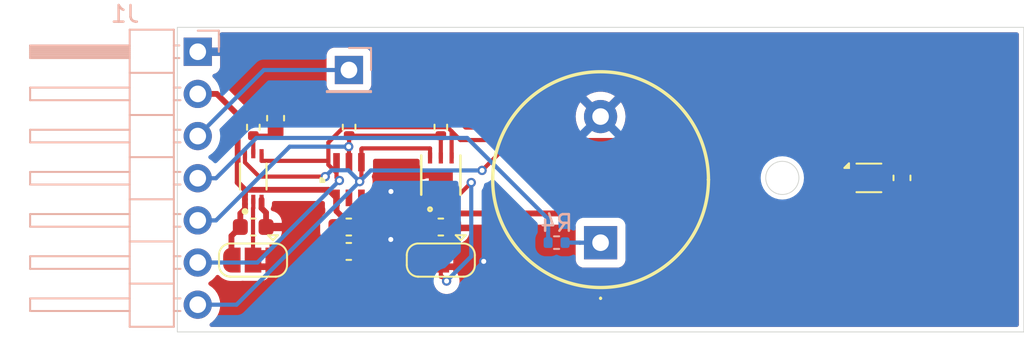
<source format=kicad_pcb>
(kicad_pcb (version 20240108) (generator "pcbnew") (generator_version "8.0")
  (layers (0 "F.Cu" signal) (31 "B.Cu" signal) (34 "B.Paste" user) (35 "F.Paste" user) (36 "B.SilkS" user "B.Silkscreen") (37 "F.SilkS" user "F.Silkscreen") (38 "B.Mask" user) (39 "F.Mask" user) (44 "Edge.Cuts" user))
  (net 0 "")
  (net 1 "GND")
  (net 2 "Net-(U1-DVI)")
  (net 3 "+3V3")
  (net 4 "GPIO25")
  (net 5 "SCL")
  (net 6 "GPIO39")
  (net 7 "SDA")
  (net 8 "GPIO26")
  (net 9 "Net-(JP1-C)")
  (net 10 "Net-(JP2-C)")
  (net 11 "Net-(L1-Pad1)")
  (footprint "clock:LTR-F216A" (layer "F.Cu") (at 106.7804 60.205)
    (property "Reference" "U2" (hide yes))
    (property "Value" "~" (hide yes))
    (fp_rect (start -1.725 -0.1) (end -1.475 0.15) (stroke (width 0.1)) (fill solid) (layer "F.SilkS"))
    (pad "1" smd rect (at -0.75 1.1 180) (size 0.4 1) (layers "F.Cu" "F.Paste" "F.Mask") (net 3 "+3V3"))
    (pad "2" smd rect (at 0 1.1 180) (size 0.4 1) (layers "F.Cu" "F.Paste" "F.Mask"))
    (pad "3" smd rect (at 0.75 1.1 180) (size 0.4 1) (layers "F.Cu" "F.Paste" "F.Mask") (net 1 "GND"))
    (pad "4" smd rect (at 0.75 -1.05 180) (size 0.4 1.1) (layers "F.Cu" "F.Paste" "F.Mask") (net 5 "SCL"))
    (pad "5" smd rect (at 0 -1.05 180) (size 0.4 1.1) (layers "F.Cu" "F.Paste" "F.Mask") (net 4 "GPIO25"))
    (pad "6" smd rect (at -0.75 -1.05 180) (size 0.4 1.1) (layers "F.Cu" "F.Paste" "F.Mask") (net 7 "SDA"))
  )
  (footprint "Resistor_SMD:R_0402_1005Metric" (layer "F.Cu") (at 101.02 57.0475 90)
    (property "Reference" "R1" (hide yes))
    (property "Value" "1K")
    (fp_line (start -0.153641 -0.38) (end 0.153641 -0.38) (stroke (width 0.12)) (layer "F.SilkS"))
    (fp_line (start -0.153641 0.38) (end 0.153641 0.38) (stroke (width 0.12)) (layer "F.SilkS"))
    (pad "1" smd roundrect (at -0.51 0 90) (size 0.54 0.64) (layers "F.Cu" "F.Paste" "F.Mask") (net 2 "Net-(U1-DVI)"))
    (pad "2" smd roundrect (at 0.51 0 90) (size 0.54 0.64) (layers "F.Cu" "F.Paste" "F.Mask") (net 3 "+3V3"))
  )
  (footprint "Jumper:SolderJumper-3_P1.3mm_Bridged2Bar12_RoundedPad1.0x1.5mm" (layer "F.Cu") (at 112.315 65.0525 180)
    (property "Reference" "JP2" (hide yes))
    (property "Value" "SolderJumper_3_Bridged12")
    (fp_poly (pts (xy -0.9 0.2) (xy -0.4 0.2) (xy -0.4 0.6) (xy -0.9 0.6)) (fill solid) (layer "F.Cu"))
    (fp_poly (pts (xy -0.9 -0.6) (xy -0.4 -0.6) (xy -0.4 -0.2) (xy -0.9 -0.2)) (fill solid) (layer "F.Cu"))
    (fp_line (start 2.05 -0.3) (end 2.05 0.3) (stroke (width 0.12)) (layer "F.SilkS"))
    (fp_line (start 1.4 1) (end -1.4 1) (stroke (width 0.12)) (layer "F.SilkS"))
    (fp_line (start -1.2 1.2) (end -0.9 1.5) (stroke (width 0.12)) (layer "F.SilkS"))
    (fp_line (start -1.2 1.2) (end -1.5 1.5) (stroke (width 0.12)) (layer "F.SilkS"))
    (fp_line (start -1.4 -1) (end 1.4 -1) (stroke (width 0.12)) (layer "F.SilkS"))
    (fp_line (start -1.5 1.5) (end -0.9 1.5) (stroke (width 0.12)) (layer "F.SilkS"))
    (fp_line (start -2.05 0.3) (end -2.05 -0.3) (stroke (width 0.12)) (layer "F.SilkS"))
    (fp_arc (start 2.05 0.3) (mid 1.844975 0.794975) (end 1.35 1) (stroke (width 0.12)) (layer "F.SilkS"))
    (fp_arc (start 1.35 -1) (mid 1.844975 -0.794975) (end 2.05 -0.3) (stroke (width 0.12)) (layer "F.SilkS"))
    (fp_arc (start -1.35 1) (mid -1.844975 0.794975) (end -2.05 0.3) (stroke (width 0.12)) (layer "F.SilkS"))
    (fp_arc (start -2.05 -0.3) (mid -1.844975 -0.794975) (end -1.35 -1) (stroke (width 0.12)) (layer "F.SilkS"))
    (pad "1" smd custom (at -1.3 0 180) (size 1 0.5) (layers "F.Cu" "F.Mask") (net 1 "GND") (options (clearance outline) (anchor rect)) (primitives (gr_circle (center 0 0.25) (end 0.5 0.25) (width 0) (fill yes)) (gr_circle (center 0 -0.25) (end 0.5 -0.25) (width 0) (fill yes)) (gr_poly (pts (xy 0.55 0.75) (xy 0 0.75) (xy 0 -0.75) (xy 0.55 -0.75)) (width 0) (fill yes))))
    (pad "2" smd rect (at 0 0 180) (size 1 1.5) (layers "F.Cu" "F.Mask") (net 10 "Net-(JP2-C)"))
    (pad "3" smd custom (at 1.3 0 180) (size 1 0.5) (layers "F.Cu" "F.Mask") (net 3 "+3V3") (options (clearance outline) (anchor rect)) (primitives (gr_circle (center 0 0.25) (end 0.5 0.25) (width 0) (fill yes)) (gr_circle (center 0 -0.25) (end 0.5 -0.25) (width 0) (fill yes)) (gr_poly (pts (xy 0 0.75) (xy -0.55 0.75) (xy -0.55 -0.75) (xy 0 -0.75)) (width 0) (fill yes))))
  )
  (footprint "Resistor_SMD:R_0402_1005Metric" (layer "F.Cu") (at 112.315 57.0475 -90)
    (property "Reference" "R3" (hide yes))
    (property "Value" "10K")
    (fp_line (start -0.153641 0.38) (end 0.153641 0.38) (stroke (width 0.12)) (layer "F.SilkS"))
    (fp_line (start -0.153641 -0.38) (end 0.153641 -0.38) (stroke (width 0.12)) (layer "F.SilkS"))
    (pad "1" smd roundrect (at -0.51 0 270) (size 0.54 0.64) (layers "F.Cu" "F.Paste" "F.Mask") (net 3 "+3V3"))
    (pad "2" smd roundrect (at 0.51 0 270) (size 0.54 0.64) (layers "F.Cu" "F.Paste" "F.Mask") (net 4 "GPIO25"))
  )
  (footprint "Capacitor_SMD:C_0603_1608Metric" (layer "F.Cu") (at 112.315 63.06)
    (property "Reference" "C5" (hide yes))
    (property "Value" "0.1uF")
    (fp_line (start -0.14058 -0.51) (end 0.14058 -0.51) (stroke (width 0.12)) (layer "F.SilkS"))
    (fp_line (start -0.14058 0.51) (end 0.14058 0.51) (stroke (width 0.12)) (layer "F.SilkS"))
    (pad "1" smd roundrect (at -0.775 0) (size 0.9 0.95) (layers "F.Cu" "F.Paste" "F.Mask") (net 3 "+3V3"))
    (pad "2" smd roundrect (at 0.775 0) (size 0.9 0.95) (layers "F.Cu" "F.Paste" "F.Mask") (net 1 "GND"))
  )
  (footprint "Capacitor_SMD:C_0603_1608Metric" (layer "F.Cu") (at 102.36 56.5 90)
    (property "Reference" "C1" (hide yes))
    (property "Value" "0.1uF" (hide yes))
    (fp_line (start -0.14058 -0.51) (end 0.14058 -0.51) (stroke (width 0.12)) (layer "F.SilkS"))
    (fp_line (start -0.14058 0.51) (end 0.14058 0.51) (stroke (width 0.12)) (layer "F.SilkS"))
    (pad "1" smd roundrect (at -0.775 0 90) (size 0.9 0.95) (layers "F.Cu" "F.Paste" "F.Mask") (net 2 "Net-(U1-DVI)"))
    (pad "2" smd roundrect (at 0.775 0 90) (size 0.9 0.95) (layers "F.Cu" "F.Paste" "F.Mask") (net 1 "GND"))
  )
  (footprint "Capacitor_SMD:C_0603_1608Metric" (layer "F.Cu") (at 101.01 63.06)
    (property "Reference" "C2" (hide yes))
    (property "Value" "0.1uF")
    (fp_line (start -0.14058 -0.51) (end 0.14058 -0.51) (stroke (width 0.12)) (layer "F.SilkS"))
    (fp_line (start -0.14058 0.51) (end 0.14058 0.51) (stroke (width 0.12)) (layer "F.SilkS"))
    (pad "1" smd roundrect (at -0.775 0) (size 0.9 0.95) (layers "F.Cu" "F.Paste" "F.Mask") (net 3 "+3V3"))
    (pad "2" smd roundrect (at 0.775 0) (size 0.9 0.95) (layers "F.Cu" "F.Paste" "F.Mask") (net 1 "GND"))
  )
  (footprint "Capacitor_SMD:C_0603_1608Metric" (layer "F.Cu") (at 106.77 64.53)
    (property "Reference" "C4" (hide yes))
    (property "Value" "4.7uF" (hide yes))
    (fp_line (start -0.14058 -0.51) (end 0.14058 -0.51) (stroke (width 0.12)) (layer "F.SilkS"))
    (fp_line (start -0.14058 0.51) (end 0.14058 0.51) (stroke (width 0.12)) (layer "F.SilkS"))
    (pad "1" smd roundrect (at -0.775 0) (size 0.9 0.95) (layers "F.Cu" "F.Paste" "F.Mask") (net 3 "+3V3"))
    (pad "2" smd roundrect (at 0.775 0) (size 0.9 0.95) (layers "F.Cu" "F.Paste" "F.Mask") (net 1 "GND"))
  )
  (footprint "clock:DNP6_TEX" (layer "F.Cu") (at 112.315 59.9308 90)
    (property "Reference" "U3" (hide yes))
    (property "Value" "OPT3004DTSR")
    (fp_line (start 1.1811 -1.1811) (end -1.1811 -1.1811) (stroke (width 0.1524)) (layer "F.SilkS"))
    (fp_line (start -1.1811 1.1811) (end 1.1811 1.1811) (stroke (width 0.1524)) (layer "F.SilkS"))
    (fp_circle (center -2.0597 -0.65) (end -1.9581 -0.65) (stroke (width 0.1524)) (fill none) (layer "F.SilkS"))
    (pad "1" smd rect (at -1.0287 -0.649999 90) (size 0.6604 0.254) (layers "F.Cu" "F.Paste" "F.Mask") (net 3 "+3V3"))
    (pad "2" smd rect (at -1.0287 0 90) (size 0.6604 0.254) (layers "F.Cu" "F.Paste" "F.Mask") (net 10 "Net-(JP2-C)"))
    (pad "3" smd rect (at -1.0287 0.649999 90) (size 0.6604 0.254) (layers "F.Cu" "F.Paste" "F.Mask") (net 1 "GND"))
    (pad "4" smd rect (at 1.0287 0.649999 90) (size 0.6604 0.254) (layers "F.Cu" "F.Paste" "F.Mask") (net 7 "SDA"))
    (pad "5" smd rect (at 1.0287 0 90) (size 0.6604 0.254) (layers "F.Cu" "F.Paste" "F.Mask") (net 4 "GPIO25"))
    (pad "6" smd rect (at 1.0287 -0.649999 90) (size 0.6604 0.254) (layers "F.Cu" "F.Paste" "F.Mask") (net 5 "SCL"))
    (pad "7" smd rect (at 0 0 90) (size 0.762 1.4478) (layers "F.Cu" "F.Paste" "F.Mask") (net 1 "GND"))
  )
  (footprint "Capacitor_SMD:C_0603_1608Metric" (layer "F.Cu") (at 106.77 63.06)
    (property "Reference" "C3" (hide yes))
    (property "Value" "0.1uF")
    (fp_line (start -0.14058 -0.51) (end 0.14058 -0.51) (stroke (width 0.12)) (layer "F.SilkS"))
    (fp_line (start -0.14058 0.51) (end 0.14058 0.51) (stroke (width 0.12)) (layer "F.SilkS"))
    (pad "1" smd roundrect (at -0.775 0) (size 0.9 0.95) (layers "F.Cu" "F.Paste" "F.Mask") (net 3 "+3V3"))
    (pad "2" smd roundrect (at 0.775 0) (size 0.9 0.95) (layers "F.Cu" "F.Paste" "F.Mask") (net 1 "GND"))
  )
  (footprint "clock:Sensirion_DFN-4_1.5x1.5mm_P0.8mm_SHT4x_NoCentralPad" (layer "F.Cu") (at 138.1075 60.1)
    (property "Reference" "U4" (hide yes))
    (property "Value" "SHT4x")
    (fp_line (start -0.75 -0.86) (end 0.75 -0.86) (stroke (width 0.12)) (layer "F.SilkS"))
    (fp_line (start -0.75 0.86) (end 0.75 0.86) (stroke (width 0.12)) (layer "F.SilkS"))
    (fp_poly (pts (xy -1.2 -0.6) (xy -1.48 -0.6) (xy -1.2 -0.88) (xy -1.2 -0.6)) (stroke (width 0.12)) (fill solid) (layer "F.SilkS"))
    (pad "1" smd rect (at -0.825 -0.4) (size 0.75 0.3) (layers "F.Cu" "F.Paste" "F.Mask") (net 7 "SDA"))
    (pad "2" smd rect (at -0.825 0.4) (size 0.75 0.3) (layers "F.Cu" "F.Paste" "F.Mask") (net 5 "SCL"))
    (pad "3" smd rect (at 0.825 0.4) (size 0.75 0.3) (layers "F.Cu" "F.Paste" "F.Mask") (net 3 "+3V3"))
    (pad "4" smd rect (at 0.825 -0.4) (size 0.75 0.3) (layers "F.Cu" "F.Paste" "F.Mask") (net 1 "GND"))
    (zone (net 0) (net_name "") (layer "F.Cu") (connect_pads (clearance 0)) (min_thickness 0.254)
      (keepout (tracks not_allowed) (vias not_allowed) (pads allowed) (copperpour not_allowed) (footprints allowed))
      (fill (thermal_gap 0.508) (thermal_bridge_width 0.508))
      (polygon (pts (xy 138.5575 59.55) (xy 138.5575 59.85) (xy 138.5575 60.35) (xy 138.5575 60.65) (xy 138.5575 60.85) (xy 137.6575 60.85) (xy 137.6575 60.65) (xy 137.6575 60.35) (xy 137.6575 59.85) (xy 137.6575 59.55) (xy 137.6575 59.35) (xy 138.5575 59.35)))
    )
  )
  (footprint "Resistor_SMD:R_0402_1005Metric" (layer "F.Cu") (at 106.79 57.0475 -90)
    (property "Reference" "R2" (hide yes))
    (property "Value" "10K" (hide yes))
    (fp_line (start -0.153641 0.38) (end 0.153641 0.38) (stroke (width 0.12)) (layer "F.SilkS"))
    (fp_line (start -0.153641 -0.38) (end 0.153641 -0.38) (stroke (width 0.12)) (layer "F.SilkS"))
    (pad "1" smd roundrect (at -0.51 0 270) (size 0.54 0.64) (layers "F.Cu" "F.Paste" "F.Mask") (net 3 "+3V3"))
    (pad "2" smd roundrect (at 0.51 0 270) (size 0.54 0.64) (layers "F.Cu" "F.Paste" "F.Mask") (net 4 "GPIO25"))
  )
  (footprint "clock:XDCR_BH1750FVI-TR" (layer "F.Cu") (at 101.015 60.0175 90)
    (property "Reference" "U1" (hide yes))
    (property "Value" "BH1750FVI-TR" (hide yes))
    (fp_line (start 0.78 -0.8) (end -0.78 -0.8) (stroke (width 0.127)) (layer "F.SilkS"))
    (fp_line (start -0.78 0.8) (end 0.78 0.8) (stroke (width 0.127)) (layer "F.SilkS"))
    (fp_circle (center -2.1 -0.5) (end -2 -0.5) (stroke (width 0.2)) (fill none) (layer "F.SilkS"))
    (pad "1" smd rect (at -1.375 -0.5 90) (size 0.55 0.25) (layers "F.Cu" "F.Paste" "F.Mask") (net 3 "+3V3"))
    (pad "2" smd rect (at -1.375 0 90) (size 0.55 0.25) (layers "F.Cu" "F.Paste" "F.Mask") (net 9 "Net-(JP1-C)"))
    (pad "3" smd rect (at -1.375 0.5 90) (size 0.55 0.25) (layers "F.Cu" "F.Paste" "F.Mask") (net 1 "GND"))
    (pad "4" smd rect (at 1.375 0.5 90) (size 0.55 0.25) (layers "F.Cu" "F.Paste" "F.Mask") (net 7 "SDA"))
    (pad "5" smd rect (at 1.375 0 90) (size 0.55 0.25) (layers "F.Cu" "F.Paste" "F.Mask") (net 2 "Net-(U1-DVI)"))
    (pad "6" smd rect (at 1.375 -0.5 90) (size 0.55 0.25) (layers "F.Cu" "F.Paste" "F.Mask") (net 5 "SCL"))
  )
  (footprint "Jumper:SolderJumper-3_P1.3mm_Bridged2Bar12_RoundedPad1.0x1.5mm" (layer "F.Cu") (at 101 65.0525 180)
    (property "Reference" "JP1" (hide yes))
    (property "Value" "SolderJumper_3_Bridged12")
    (fp_poly (pts (xy -0.9 0.2) (xy -0.4 0.2) (xy -0.4 0.6) (xy -0.9 0.6)) (fill solid) (layer "F.Cu"))
    (fp_poly (pts (xy -0.9 -0.6) (xy -0.4 -0.6) (xy -0.4 -0.2) (xy -0.9 -0.2)) (fill solid) (layer "F.Cu"))
    (fp_line (start 2.05 -0.3) (end 2.05 0.3) (stroke (width 0.12)) (layer "F.SilkS"))
    (fp_line (start 1.4 1) (end -1.4 1) (stroke (width 0.12)) (layer "F.SilkS"))
    (fp_line (start -1.2 1.2) (end -0.9 1.5) (stroke (width 0.12)) (layer "F.SilkS"))
    (fp_line (start -1.2 1.2) (end -1.5 1.5) (stroke (width 0.12)) (layer "F.SilkS"))
    (fp_line (start -1.4 -1) (end 1.4 -1) (stroke (width 0.12)) (layer "F.SilkS"))
    (fp_line (start -1.5 1.5) (end -0.9 1.5) (stroke (width 0.12)) (layer "F.SilkS"))
    (fp_line (start -2.05 0.3) (end -2.05 -0.3) (stroke (width 0.12)) (layer "F.SilkS"))
    (fp_arc (start 2.05 0.3) (mid 1.844975 0.794975) (end 1.35 1) (stroke (width 0.12)) (layer "F.SilkS"))
    (fp_arc (start 1.35 -1) (mid 1.844975 -0.794975) (end 2.05 -0.3) (stroke (width 0.12)) (layer "F.SilkS"))
    (fp_arc (start -1.35 1) (mid -1.844975 0.794975) (end -2.05 0.3) (stroke (width 0.12)) (layer "F.SilkS"))
    (fp_arc (start -2.05 -0.3) (mid -1.844975 -0.794975) (end -1.35 -1) (stroke (width 0.12)) (layer "F.SilkS"))
    (pad "1" smd custom (at -1.3 0 180) (size 1 0.5) (layers "F.Cu" "F.Mask") (net 1 "GND") (options (clearance outline) (anchor rect)) (primitives (gr_circle (center 0 0.25) (end 0.5 0.25) (width 0) (fill yes)) (gr_circle (center 0 -0.25) (end 0.5 -0.25) (width 0) (fill yes)) (gr_poly (pts (xy 0.55 0.75) (xy 0 0.75) (xy 0 -0.75) (xy 0.55 -0.75)) (width 0) (fill yes))))
    (pad "2" smd rect (at 0 0 180) (size 1 1.5) (layers "F.Cu" "F.Mask") (net 9 "Net-(JP1-C)"))
    (pad "3" smd custom (at 1.3 0 180) (size 1 0.5) (layers "F.Cu" "F.Mask") (net 3 "+3V3") (options (clearance outline) (anchor rect)) (primitives (gr_circle (center 0 0.25) (end 0.5 0.25) (width 0) (fill yes)) (gr_circle (center 0 -0.25) (end 0.5 -0.25) (width 0) (fill yes)) (gr_poly (pts (xy 0 0.75) (xy -0.55 0.75) (xy -0.55 -0.75) (xy 0 -0.75)) (width 0) (fill yes))))
  )
  (footprint "clock:CPT1414680T" (layer "F.Cu") (at 121.94 64.005)
    (property "Reference" "L1" (hide yes))
    (property "Value" "CPT-14146-80T" (hide yes))
    (fp_line (start -6.5 -3.8) (end -6.5 -3.8) (stroke (width 0.2)) (layer "F.SilkS"))
    (fp_line (start 0 3.3) (end 0 3.3) (stroke (width 0.1)) (layer "F.SilkS"))
    (fp_line (start 0 3.4) (end 0 3.4) (stroke (width 0.1)) (layer "F.SilkS"))
    (fp_line (start 6.5 -3.8) (end 6.5 -3.8) (stroke (width 0.2)) (layer "F.SilkS"))
    (fp_arc (start -6.5 -3.8) (mid 0 -10.3) (end 6.5 -3.8) (stroke (width 0.2)) (layer "F.SilkS"))
    (fp_arc (start 0 3.3) (mid 0.05 3.35) (end 0 3.4) (stroke (width 0.1)) (layer "F.SilkS"))
    (fp_arc (start 0 3.4) (mid -0.05 3.35) (end 0 3.3) (stroke (width 0.1)) (layer "F.SilkS"))
    (fp_arc (start 6.5 -3.8) (mid 0 2.7) (end -6.5 -3.8) (stroke (width 0.2)) (layer "F.SilkS"))
    (pad "1" thru_hole rect (at 0 0) (size 2 2) (drill 1) (layers "*.Cu" "*.Mask") (net 11 "Net-(L1-Pad1)"))
    (pad "2" thru_hole circle (at 0 -7.6) (size 2 2) (drill 1) (layers "*.Cu" "*.Mask") (net 1 "GND"))
  )
  (footprint "Capacitor_SMD:C_0603_1608Metric" (layer "F.Cu") (at 140.1 60.1 -90)
    (property "Reference" "C6" (hide yes))
    (property "Value" "0.1uF")
    (fp_line (start -0.14058 0.51) (end 0.14058 0.51) (stroke (width 0.12)) (layer "F.SilkS"))
    (fp_line (start -0.14058 -0.51) (end 0.14058 -0.51) (stroke (width 0.12)) (layer "F.SilkS"))
    (pad "1" smd roundrect (at -0.775 0 270) (size 0.9 0.95) (layers "F.Cu" "F.Paste" "F.Mask") (net 1 "GND"))
    (pad "2" smd roundrect (at 0.775 0 270) (size 0.9 0.95) (layers "F.Cu" "F.Paste" "F.Mask") (net 3 "+3V3"))
  )
  (footprint "Connector_PinHeader_2.54mm:PinHeader_1x01_P2.54mm_Vertical" (layer "B.Cu") (at 106.78 53.6 180)
    (property "Reference" "J2" (hide yes))
    (property "Value" "Conn_01x01_Pin" (hide yes))
    (fp_line (start 1.33 -1.27) (end -1.33 -1.27) (stroke (width 0.12)) (layer "B.SilkS"))
    (fp_line (start 1.33 -1.33) (end 1.33 -1.27) (stroke (width 0.12)) (layer "B.SilkS"))
    (fp_line (start 1.33 -1.33) (end -1.33 -1.33) (stroke (width 0.12)) (layer "B.SilkS"))
    (fp_line (start 0 1.33) (end -1.33 1.33) (stroke (width 0.12)) (layer "B.SilkS"))
    (fp_line (start -1.33 1.33) (end -1.33 0) (stroke (width 0.12)) (layer "B.SilkS"))
    (fp_line (start -1.33 -1.33) (end -1.33 -1.27) (stroke (width 0.12)) (layer "B.SilkS"))
    (pad "1" thru_hole rect (at 0 0 180) (size 1.7 1.7) (drill 1) (layers "*.Cu" "*.Mask") (net 6 "GPIO39"))
  )
  (footprint "Resistor_SMD:R_0402_1005Metric" (layer "B.Cu") (at 119.29 64 180)
    (property "Reference" "R4" (at 0 1.17 0) (layer "B.SilkS") (effects (justify mirror)))
    (property "Value" "330R")
    (fp_line (start 0.153641 0.38) (end -0.153641 0.38) (stroke (width 0.12)) (layer "B.SilkS"))
    (fp_line (start 0.153641 -0.38) (end -0.153641 -0.38) (stroke (width 0.12)) (layer "B.SilkS"))
    (pad "1" smd roundrect (at -0.51 0 180) (size 0.54 0.64) (layers "B.Cu" "B.Paste" "B.Mask") (net 11 "Net-(L1-Pad1)"))
    (pad "2" smd roundrect (at 0.51 0 180) (size 0.54 0.64) (layers "B.Cu" "B.Paste" "B.Mask") (net 8 "GPIO26"))
  )
  (footprint "Connector_PinHeader_2.54mm:PinHeader_1x07_P2.54mm_Horizontal" (layer "B.Cu") (at 97.67 52.5 180)
    (property "Reference" "J1" (at 4.385 2.27 0) (layer "B.SilkS") (effects (justify mirror)))
    (property "Value" "Conn_01x07_Socket")
    (fp_line (start 10.1 0.38) (end 4.1 0.38) (stroke (width 0.12)) (layer "B.SilkS"))
    (fp_line (start 10.1 0.32) (end 4.1 0.32) (stroke (width 0.12)) (layer "B.SilkS"))
    (fp_line (start 10.1 0.2) (end 4.1 0.2) (stroke (width 0.12)) (layer "B.SilkS"))
    (fp_line (start 10.1 0.08) (end 4.1 0.08) (stroke (width 0.12)) (layer "B.SilkS"))
    (fp_line (start 10.1 -0.04) (end 4.1 -0.04) (stroke (width 0.12)) (layer "B.SilkS"))
    (fp_line (start 10.1 -0.16) (end 4.1 -0.16) (stroke (width 0.12)) (layer "B.SilkS"))
    (fp_line (start 10.1 -0.28) (end 4.1 -0.28) (stroke (width 0.12)) (layer "B.SilkS"))
    (fp_line (start 10.1 -0.38) (end 10.1 0.38) (stroke (width 0.12)) (layer "B.SilkS"))
    (fp_line (start 10.1 -2.16) (end 4.1 -2.16) (stroke (width 0.12)) (layer "B.SilkS"))
    (fp_line (start 10.1 -2.92) (end 10.1 -2.16) (stroke (width 0.12)) (layer "B.SilkS"))
    (fp_line (start 10.1 -4.7) (end 4.1 -4.7) (stroke (width 0.12)) (layer "B.SilkS"))
    (fp_line (start 10.1 -5.46) (end 10.1 -4.7) (stroke (width 0.12)) (layer "B.SilkS"))
    (fp_line (start 10.1 -7.24) (end 4.1 -7.24) (stroke (width 0.12)) (layer "B.SilkS"))
    (fp_line (start 10.1 -8) (end 10.1 -7.24) (stroke (width 0.12)) (layer "B.SilkS"))
    (fp_line (start 10.1 -9.78) (end 4.1 -9.78) (stroke (width 0.12)) (layer "B.SilkS"))
    (fp_line (start 10.1 -10.54) (end 10.1 -9.78) (stroke (width 0.12)) (layer "B.SilkS"))
    (fp_line (start 10.1 -12.32) (end 4.1 -12.32) (stroke (width 0.12)) (layer "B.SilkS"))
    (fp_line (start 10.1 -13.08) (end 10.1 -12.32) (stroke (width 0.12)) (layer "B.SilkS"))
    (fp_line (start 10.1 -14.86) (end 4.1 -14.86) (stroke (width 0.12)) (layer "B.SilkS"))
    (fp_line (start 10.1 -15.62) (end 10.1 -14.86) (stroke (width 0.12)) (layer "B.SilkS"))
    (fp_line (start 4.1 1.33) (end 4.1 -16.57) (stroke (width 0.12)) (layer "B.SilkS"))
    (fp_line (start 4.1 -0.38) (end 10.1 -0.38) (stroke (width 0.12)) (layer "B.SilkS"))
    (fp_line (start 4.1 -1.27) (end 1.44 -1.27) (stroke (width 0.12)) (layer "B.SilkS"))
    (fp_line (start 4.1 -2.92) (end 10.1 -2.92) (stroke (width 0.12)) (layer "B.SilkS"))
    (fp_line (start 4.1 -3.81) (end 1.44 -3.81) (stroke (width 0.12)) (layer "B.SilkS"))
    (fp_line (start 4.1 -5.46) (end 10.1 -5.46) (stroke (width 0.12)) (layer "B.SilkS"))
    (fp_line (start 4.1 -6.35) (end 1.44 -6.35) (stroke (width 0.12)) (layer "B.SilkS"))
    (fp_line (start 4.1 -8) (end 10.1 -8) (stroke (width 0.12)) (layer "B.SilkS"))
    (fp_line (start 4.1 -8.89) (end 1.44 -8.89) (stroke (width 0.12)) (layer "B.SilkS"))
    (fp_line (start 4.1 -10.54) (end 10.1 -10.54) (stroke (width 0.12)) (layer "B.SilkS"))
    (fp_line (start 4.1 -11.43) (end 1.44 -11.43) (stroke (width 0.12)) (layer "B.SilkS"))
    (fp_line (start 4.1 -13.08) (end 10.1 -13.08) (stroke (width 0.12)) (layer "B.SilkS"))
    (fp_line (start 4.1 -13.97) (end 1.44 -13.97) (stroke (width 0.12)) (layer "B.SilkS"))
    (fp_line (start 4.1 -15.62) (end 10.1 -15.62) (stroke (width 0.12)) (layer "B.SilkS"))
    (fp_line (start 4.1 -16.57) (end 1.44 -16.57) (stroke (width 0.12)) (layer "B.SilkS"))
    (fp_line (start 1.44 1.33) (end 4.1 1.33) (stroke (width 0.12)) (layer "B.SilkS"))
    (fp_line (start 1.44 0.38) (end 1.11 0.38) (stroke (width 0.12)) (layer "B.SilkS"))
    (fp_line (start 1.44 -0.38) (end 1.11 -0.38) (stroke (width 0.12)) (layer "B.SilkS"))
    (fp_line (start 1.44 -2.16) (end 1.042929 -2.16) (stroke (width 0.12)) (layer "B.SilkS"))
    (fp_line (start 1.44 -2.92) (end 1.042929 -2.92) (stroke (width 0.12)) (layer "B.SilkS"))
    (fp_line (start 1.44 -4.7) (end 1.042929 -4.7) (stroke (width 0.12)) (layer "B.SilkS"))
    (fp_line (start 1.44 -5.46) (end 1.042929 -5.46) (stroke (width 0.12)) (layer "B.SilkS"))
    (fp_line (start 1.44 -7.24) (end 1.042929 -7.24) (stroke (width 0.12)) (layer "B.SilkS"))
    (fp_line (start 1.44 -8) (end 1.042929 -8) (stroke (width 0.12)) (layer "B.SilkS"))
    (fp_line (start 1.44 -9.78) (end 1.042929 -9.78) (stroke (width 0.12)) (layer "B.SilkS"))
    (fp_line (start 1.44 -10.54) (end 1.042929 -10.54) (stroke (width 0.12)) (layer "B.SilkS"))
    (fp_line (start 1.44 -12.32) (end 1.042929 -12.32) (stroke (width 0.12)) (layer "B.SilkS"))
    (fp_line (start 1.44 -13.08) (end 1.042929 -13.08) (stroke (width 0.12)) (layer "B.SilkS"))
    (fp_line (start 1.44 -14.86) (end 1.042929 -14.86) (stroke (width 0.12)) (layer "B.SilkS"))
    (fp_line (start 1.44 -15.62) (end 1.042929 -15.62) (stroke (width 0.12)) (layer "B.SilkS"))
    (fp_line (start 1.44 -16.57) (end 1.44 1.33) (stroke (width 0.12)) (layer "B.SilkS"))
    (fp_line (start 0 1.27) (end -1.27 1.27) (stroke (width 0.12)) (layer "B.SilkS"))
    (fp_line (start -1.27 1.27) (end -1.27 0) (stroke (width 0.12)) (layer "B.SilkS"))
    (pad "1" thru_hole rect (at 0 0 180) (size 1.7 1.7) (drill 1) (layers "*.Cu" "*.Mask") (net 1 "GND"))
    (pad "2" thru_hole oval (at 0 -2.54 180) (size 1.7 1.7) (drill 1) (layers "*.Cu" "*.Mask") (net 3 "+3V3"))
    (pad "3" thru_hole oval (at 0 -5.08 180) (size 1.7 1.7) (drill 1) (layers "*.Cu" "*.Mask") (net 6 "GPIO39"))
    (pad "4" thru_hole oval (at 0 -7.62 180) (size 1.7 1.7) (drill 1) (layers "*.Cu" "*.Mask") (net 8 "GPIO26"))
    (pad "5" thru_hole oval (at 0 -10.16 180) (size 1.7 1.7) (drill 1) (layers "*.Cu" "*.Mask") (net 4 "GPIO25"))
    (pad "6" thru_hole oval (at 0 -12.7 180) (size 1.7 1.7) (drill 1) (layers "*.Cu" "*.Mask") (net 7 "SDA"))
    (pad "7" thru_hole oval (at 0 -15.24 180) (size 1.7 1.7) (drill 1) (layers "*.Cu" "*.Mask") (net 5 "SCL"))
  )
  (gr_line (start 96.44 69.38) (end 96.44 51.03) (stroke (width 0.05)) (layer "Edge.Cuts"))
  (gr_circle (center 132.89 60.1) (end 133.89 60.1) (stroke (width 0.05)) (fill none) (layer "Edge.Cuts"))
  (gr_line (start 147.44 51.03) (end 147.44 69.38) (stroke (width 0.05)) (layer "Edge.Cuts"))
  (gr_line (start 96.44 51.03) (end 147.44 51.03) (stroke (width 0.05)) (layer "Edge.Cuts"))
  (gr_line (start 147.44 69.38) (end 96.44 69.38) (stroke (width 0.05)) (layer "Edge.Cuts"))
  (segment (start 112.964999 60.9595) (end 112.964999 60.580799) (width 0.35) (layer "F.Cu") (net 1))
  (segment (start 101.785 62.195) (end 101.785 63.06) (width 0.35) (layer "F.Cu") (net 1))
  (segment (start 140.1 59.325) (end 139.815 59.325) (width 0.25) (layer "F.Cu") (net 1))
  (segment (start 112.964999 60.580799) (end 112.315 59.9308) (width 0.35) (layer "F.Cu") (net 1))
  (segment (start 139.815 59.325) (end 139.44 59.7) (width 0.25) (layer "F.Cu") (net 1))
  (segment (start 139.44 59.7) (end 138.8075 59.7) (width 0.25) (layer "F.Cu") (net 1))
  (segment (start 101.515 61.3925) (end 101.515 61.925) (width 0.35) (layer "F.Cu") (net 1))
  (segment (start 101.515 61.925) (end 101.785 62.195) (width 0.35) (layer "F.Cu") (net 1))
  (via (at 114.9 65.13) (size 0.56) (drill 0.3) (layers "F.Cu" "B.Cu") (net 1))
  (via (at 109.31 60.92) (size 0.56) (drill 0.3) (layers "F.Cu" "B.Cu") (net 1))
  (via (at 109.3 63.81) (size 0.56) (drill 0.3) (layers "F.Cu" "B.Cu") (net 1))
  (segment (start 102.0775 57.5575) (end 101.02 57.5575) (width 0.25) (layer "F.Cu") (net 2))
  (segment (start 102.36 57.275) (end 102.0775 57.5575) (width 0.25) (layer "F.Cu") (net 2))
  (segment (start 101.015 57.5625) (end 101.02 57.5575) (width 0.25) (layer "F.Cu") (net 2))
  (segment (start 101.015 58.6425) (end 101.015 57.5625) (width 0.25) (layer "F.Cu") (net 2))
  (segment (start 100.0753 56.7797) (end 100.3175 56.5375) (width 0.35) (layer "F.Cu") (net 3))
  (segment (start 139.54 60.5) (end 138.8075 60.5) (width 0.25) (layer "F.Cu") (net 3))
  (segment (start 112.315 56.5375) (end 106.79 56.5375) (width 0.35) (layer "F.Cu") (net 3))
  (segment (start 112.2622 62.3378) (end 112.2622 62.2422) (width 0.35) (layer "F.Cu") (net 3))
  (segment (start 111.665 60.9595) (end 111.665 61.5897) (width 0.35) (layer "F.Cu") (net 3))
  (segment (start 100.515 61.105) (end 100.515 60.8175) (width 0.35) (layer "F.Cu") (net 3))
  (segment (start 105.995 63.06) (end 105.995 64.53) (width 0.35) (layer "F.Cu") (net 3))
  (segment (start 100.515 61.9675) (end 100.235 62.2475) (width 0.35) (layer "F.Cu") (net 3))
  (segment (start 100.235 63.06) (end 99.7 63.595) (width 0.35) (layer "F.Cu") (net 3))
  (segment (start 111.665 61.645) (end 111.665 61.5897) (width 0.35) (layer "F.Cu") (net 3))
  (segment (start 139.935 60.875) (end 139.55 60.49) (width 0.25) (layer "F.Cu") (net 3))
  (segment (start 98.82 55.04) (end 100.3175 56.5375) (width 0.35) (layer "F.Cu") (net 3))
  (segment (start 106.79 56.5375) (end 101.02 56.5375) (width 0.35) (layer "F.Cu") (net 3))
  (segment (start 111.015 63.585) (end 111.54 63.06) (width 0.35) (layer "F.Cu") (net 3))
  (segment (start 99.7 63.595) (end 99.7 65.0525) (width 0.35) (layer "F.Cu") (net 3))
  (segment (start 97.67 55.04) (end 98.82 55.04) (width 0.35) (layer "F.Cu") (net 3))
  (segment (start 100.515 61.3925) (end 100.515 61.105) (width 0.35) (layer "F.Cu") (net 3))
  (segment (start 134.79 63.43) (end 135.8212 62.3988) (width 0.35) (layer "F.Cu") (net 3))
  (segment (start 111.54 63.06) (end 112.2622 62.3378) (width 0.35) (layer "F.Cu") (net 3))
  (segment (start 129.3722 62.2422) (end 130.56 63.43) (width 0.35) (layer "F.Cu") (net 3))
  (segment (start 100.515 61.68) (end 100.515 61.3925) (width 0.35) (layer "F.Cu") (net 3))
  (segment (start 111.665 61.5897) (end 110.9838 62.2709) (width 0.35) (layer "F.Cu") (net 3))
  (segment (start 106.4902 62.5648) (end 106.0304 62.105) (width 0.35) (layer "F.Cu") (net 3))
  (segment (start 135.8212 62.3988) (end 138.5762 62.3988) (width 0.35) (layer "F.Cu") (net 3))
  (segment (start 130.56 63.43) (end 134.79 63.43) (width 0.35) (layer "F.Cu") (net 3))
  (segment (start 106.4902 62.5648) (end 105.995 63.06) (width 0.35) (layer "F.Cu") (net 3))
  (segment (start 105.5429 60.8175) (end 106.0304 61.305) (width 0.35) (layer "F.Cu") (net 3))
  (segment (start 112.2622 62.2422) (end 129.3722 62.2422) (width 0.35) (layer "F.Cu") (net 3))
  (segment (start 139.55 60.49) (end 139.54 60.5) (width 0.25) (layer "F.Cu") (net 3))
  (segment (start 111.015 65.0525) (end 111.015 63.585) (width 0.35) (layer "F.Cu") (net 3))
  (segment (start 100.0753 60.3778) (end 100.0753 56.7797) (width 0.35) (layer "F.Cu") (net 3))
  (segment (start 100.515 60.8175) (end 100.0753 60.3778) (width 0.35) (layer "F.Cu") (net 3))
  (segment (start 140.1 60.875) (end 139.935 60.875) (width 0.25) (layer "F.Cu") (net 3))
  (segment (start 112.2622 62.2422) (end 111.665 61.645) (width 0.35) (layer "F.Cu") (net 3))
  (segment (start 100.3175 56.5375) (end 101.02 56.5375) (width 0.35) (layer "F.Cu") (net 3))
  (segment (start 106.0304 61.305) (end 106.0304 62.105) (width 0.35) (layer "F.Cu") (net 3))
  (segment (start 100.515 61.68) (end 100.515 61.9675) (width 0.35) (layer "F.Cu") (net 3))
  (segment (start 110.9838 62.2709) (end 106.7841 62.2709) (width 0.35) (layer "F.Cu") (net 3))
  (segment (start 138.5762 62.3988) (end 140.1 60.875) (width 0.35) (layer "F.Cu") (net 3))
  (segment (start 100.235 62.2475) (end 100.235 63.06) (width 0.35) (layer "F.Cu") (net 3))
  (segment (start 106.7841 62.2709) (end 106.4902 62.5648) (width 0.35) (layer "F.Cu") (net 3))
  (segment (start 100.515 60.8175) (end 105.5429 60.8175) (width 0.35) (layer "F.Cu") (net 3))
  (segment (start 106.7626 58.3372) (end 106.7804 58.355) (width 0.25) (layer "F.Cu") (net 4))
  (segment (start 106.79 57.5575) (end 106.79 58.1907) (width 0.25) (layer "F.Cu") (net 4))
  (segment (start 112.315 58.9021) (end 112.315 57.5575) (width 0.25) (layer "F.Cu") (net 4))
  (segment (start 112.315 57.5575) (end 106.79 57.5575) (width 0.25) (layer "F.Cu") (net 4))
  (segment (start 106.7626 58.2181) (end 106.7626 58.3372) (width 0.25) (layer "F.Cu") (net 4))
  (segment (start 106.7804 59.155) (end 106.7804 58.355) (width 0.25) (layer "F.Cu") (net 4))
  (segment (start 106.79 58.1907) (end 106.7626 58.2181) (width 0.25) (layer "F.Cu") (net 4))
  (via (at 106.7626 58.2181) (size 0.56) (drill 0.3) (layers "F.Cu" "B.Cu") (net 4))
  (segment (start 98.77 62.66) (end 103.2119 58.2181) (width 0.25) (layer "B.Cu") (net 4))
  (segment (start 97.67 62.66) (end 98.77 62.66) (width 0.25) (layer "B.Cu") (net 4))
  (segment (start 103.2119 58.2181) (end 106.7626 58.2181) (width 0.25) (layer "B.Cu") (net 4))
  (segment (start 125.23 57.43) (end 133.64 57.43) (width 0.25) (layer "F.Cu") (net 5))
  (segment (start 107.5635 58.3219) (end 107.5304 58.355) (width 0.25) (layer "F.Cu") (net 5))
  (segment (start 101.3693 60.0218) (end 100.515 59.1675) (width 0.25) (layer "F.Cu") (net 5))
  (segment (start 107.5304 58.3898) (end 107.5304 58.355) (width 0.25) (layer "F.Cu") (net 5))
  (segment (start 111.665 58.9021) (end 111.665 58.3219) (width 0.25) (layer "F.Cu") (net 5))
  (segment (start 107.5304 58.4575) (end 107.5304 58.3898) (width 0.25) (layer "F.Cu") (net 5))
  (segment (start 136.71 60.5) (end 137.4075 60.5) (width 0.25) (layer "F.Cu") (net 5))
  (segment (start 116.07 58.38) (end 124.28 58.38) (width 0.25) (layer "F.Cu") (net 5))
  (segment (start 133.64 57.43) (end 136.71 60.5) (width 0.25) (layer "F.Cu") (net 5))
  (segment (start 107.5304 59.155) (end 107.5304 58.4575) (width 0.25) (layer "F.Cu") (net 5))
  (segment (start 111.665 58.3219) (end 107.5635 58.3219) (width 0.25) (layer "F.Cu") (net 5))
  (segment (start 105.35 60.0218) (end 101.3693 60.0218) (width 0.25) (layer "F.Cu") (net 5))
  (segment (start 124.28 58.38) (end 125.23 57.43) (width 0.25) (layer "F.Cu") (net 5))
  (segment (start 107.4248 60.3226) (end 107.5304 60.217) (width 0.25) (layer "F.Cu") (net 5))
  (segment (start 114.8 59.65) (end 116.07 58.38) (width 0.25) (layer "F.Cu") (net 5))
  (segment (start 100.515 59.1675) (end 100.515 58.6425) (width 0.25) (layer "F.Cu") (net 5))
  (segment (start 107.5304 60.217) (end 107.5304 59.155) (width 0.25) (layer "F.Cu") (net 5))
  (via (at 107.4248 60.3226) (size 0.56) (drill 0.3) (layers "F.Cu" "B.Cu") (net 5))
  (via (at 105.35 60.0218) (size 0.56) (drill 0.3) (layers "F.Cu" "B.Cu") (net 5))
  (via (at 114.8 59.65) (size 0.56) (drill 0.3) (layers "F.Cu" "B.Cu") (net 5))
  (segment (start 100.0074 67.74) (end 107.4248 60.3226) (width 0.25) (layer "B.Cu") (net 5))
  (segment (start 107.4248 60.3226) (end 108.0974 59.65) (width 0.25) (layer "B.Cu") (net 5))
  (segment (start 105.7318 59.64) (end 106.7422 59.64) (width 0.25) (layer "B.Cu") (net 5))
  (segment (start 108.0974 59.65) (end 114.8 59.65) (width 0.25) (layer "B.Cu") (net 5))
  (segment (start 97.67 67.74) (end 100.0074 67.74) (width 0.25) (layer "B.Cu") (net 5))
  (segment (start 105.35 60.0218) (end 105.7318 59.64) (width 0.25) (layer "B.Cu") (net 5))
  (segment (start 106.7422 59.64) (end 107.4248 60.3226) (width 0.25) (layer "B.Cu") (net 5))
  (segment (start 101.65 53.6) (end 106.78 53.6) (width 0.25) (layer "B.Cu") (net 6))
  (segment (start 97.67 57.58) (end 101.65 53.6) (width 0.25) (layer "B.Cu") (net 6))
  (segment (start 124 57.82) (end 125.56 56.26) (width 0.25) (layer "F.Cu") (net 7))
  (segment (start 106.4577 57.0475) (end 105.5396 57.9656) (width 0.25) (layer "F.Cu") (net 7))
  (segment (start 133.33 56.26) (end 136.77 59.7) (width 0.25) (layer "F.Cu") (net 7))
  (segment (start 105.5396 59.0727) (end 105.5396 59.3091) (width 0.25) (layer "F.Cu") (net 7))
  (segment (start 125.56 56.26) (end 133.33 56.26) (width 0.25) (layer "F.Cu") (net 7))
  (segment (start 112.7208 57.0475) (end 106.4577 57.0475) (width 0.25) (layer "F.Cu") (net 7))
  (segment (start 101.515 58.6425) (end 101.515 59.0727) (width 0.25) (layer "F.Cu") (net 7))
  (segment (start 106.0304 59.7923) (end 106.0304 59.7999) (width 0.25) (layer "F.Cu") (net 7))
  (segment (start 112.965 57.2917) (end 112.7208 57.0475) (width 0.25) (layer "F.Cu") (net 7))
  (segment (start 113.4933 57.82) (end 124 57.82) (width 0.25) (layer "F.Cu") (net 7))
  (segment (start 112.965 57.2917) (end 113.4933 57.82) (width 0.25) (layer "F.Cu") (net 7))
  (segment (start 105.5396 59.3091) (end 106.0304 59.7999) (width 0.25) (layer "F.Cu") (net 7))
  (segment (start 106.0304 59.955) (end 106.0304 60.0816) (width 0.25) (layer "F.Cu") (net 7))
  (segment (start 105.5396 57.9656) (end 105.5396 59.0727) (width 0.25) (layer "F.Cu") (net 7))
  (segment (start 106.0304 59.155) (end 106.0304 59.7923) (width 0.25) (layer "F.Cu") (net 7))
  (segment (start 105.5396 59.0727) (end 101.515 59.0727) (width 0.25) (layer "F.Cu") (net 7))
  (segment (start 106.0304 60.0816) (end 106.2054 60.2566) (width 0.25) (layer "F.Cu") (net 7))
  (segment (start 106.0304 59.7999) (end 106.0304 59.955) (width 0.25) (layer "F.Cu") (net 7))
  (segment (start 136.77 59.7) (end 137.4075 59.7) (width 0.25) (layer "F.Cu") (net 7))
  (segment (start 112.965 58.9021) (end 112.965 57.2917) (width 0.25) (layer "F.Cu") (net 7))
  (via (at 106.2054 60.2566) (size 0.56) (drill 0.3) (layers "F.Cu" "B.Cu") (net 7))
  (segment (start 97.67 65.2) (end 101.262 65.2) (width 0.25) (layer "B.Cu") (net 7))
  (segment (start 101.262 65.2) (end 106.2054 60.2566) (width 0.25) (layer "B.Cu") (net 7))
  (segment (start 98.77 60.12) (end 101.1964 57.6936) (width 0.25) (layer "B.Cu") (net 8))
  (segment (start 97.67 60.12) (end 98.77 60.12) (width 0.25) (layer "B.Cu") (net 8))
  (segment (start 118.78 62.57) (end 118.78 64) (width 0.25) (layer "B.Cu") (net 8))
  (segment (start 101.1964 57.6936) (end 113.9036 57.6936) (width 0.25) (layer "B.Cu") (net 8))
  (segment (start 113.9036 57.6936) (end 118.78 62.57) (width 0.25) (layer "B.Cu") (net 8))
  (segment (start 101.015 61.3925) (end 101.015 61.9175) (width 0.25) (layer "F.Cu") (net 9))
  (segment (start 101 61.9325) (end 101 65.0525) (width 0.25) (layer "F.Cu") (net 9))
  (segment (start 101.015 61.9175) (end 101 61.9325) (width 0.25) (layer "F.Cu") (net 9))
  (segment (start 112.315 65.0525) (end 112.315 66.0525) (width 0.25) (layer "F.Cu") (net 10))
  (segment (start 112.3982 66.0525) (end 112.315 66.0525) (width 0.25) (layer "F.Cu") (net 10))
  (segment (start 113.3643 61.3239) (end 113.3643 61.1645) (width 0.25) (layer "F.Cu") (net 10))
  (segment (start 113.3644 61.1645) (end 114.1478 60.3811) (width 0.25) (layer "F.Cu") (net 10))
  (segment (start 112.6619 66.3162) (end 112.3982 66.0525) (width 0.25) (layer "F.Cu") (net 10))
  (segment (start 113.3643 61.1645) (end 113.3644 61.1645) (width 0.25) (layer "F.Cu") (net 10))
  (segment (start 112.315 61.5397) (end 113.1485 61.5397) (width 0.25) (layer "F.Cu") (net 10))
  (segment (start 112.315 60.9595) (end 112.315 61.5397) (width 0.25) (layer "F.Cu") (net 10))
  (segment (start 113.1485 61.5397) (end 113.3643 61.3239) (width 0.25) (layer "F.Cu") (net 10))
  (via (at 114.1478 60.3811) (size 0.56) (drill 0.3) (layers "F.Cu" "B.Cu") (net 10))
  (via (at 112.6619 66.3162) (size 0.56) (drill 0.3) (layers "F.Cu" "B.Cu") (net 10))
  (segment (start 114.1478 60.3811) (end 114.1478 64.8303) (width 0.25) (layer "B.Cu") (net 10))
  (segment (start 114.1478 64.8303) (end 112.6619 66.3162) (width 0.25) (layer "B.Cu") (net 10))
  (segment (start 121.94 64.005) (end 120.69 64.005) (width 0.25) (layer "B.Cu") (net 11))
  (segment (start 120.685 64) (end 120.69 64.005) (width 0.25) (layer "B.Cu") (net 11))
  (segment (start 119.8 64) (end 120.685 64) (width 0.25) (layer "B.Cu") (net 11))
  (zone (net 1) (net_name "GND") (layers "F&B.Cu") (connect_pads (clearance 0.5)) (min_thickness 0.25) (fill yes (thermal_gap 0.5) (thermal_bridge_width 0.5))
    (polygon (pts (xy 96.45 50.97) (xy 147.43 50.97) (xy 147.43 69.37) (xy 147.42 69.38) (xy 96.45 69.38) (xy 96.42 69.35) (xy 96.42 51)))
  )
)
</source>
